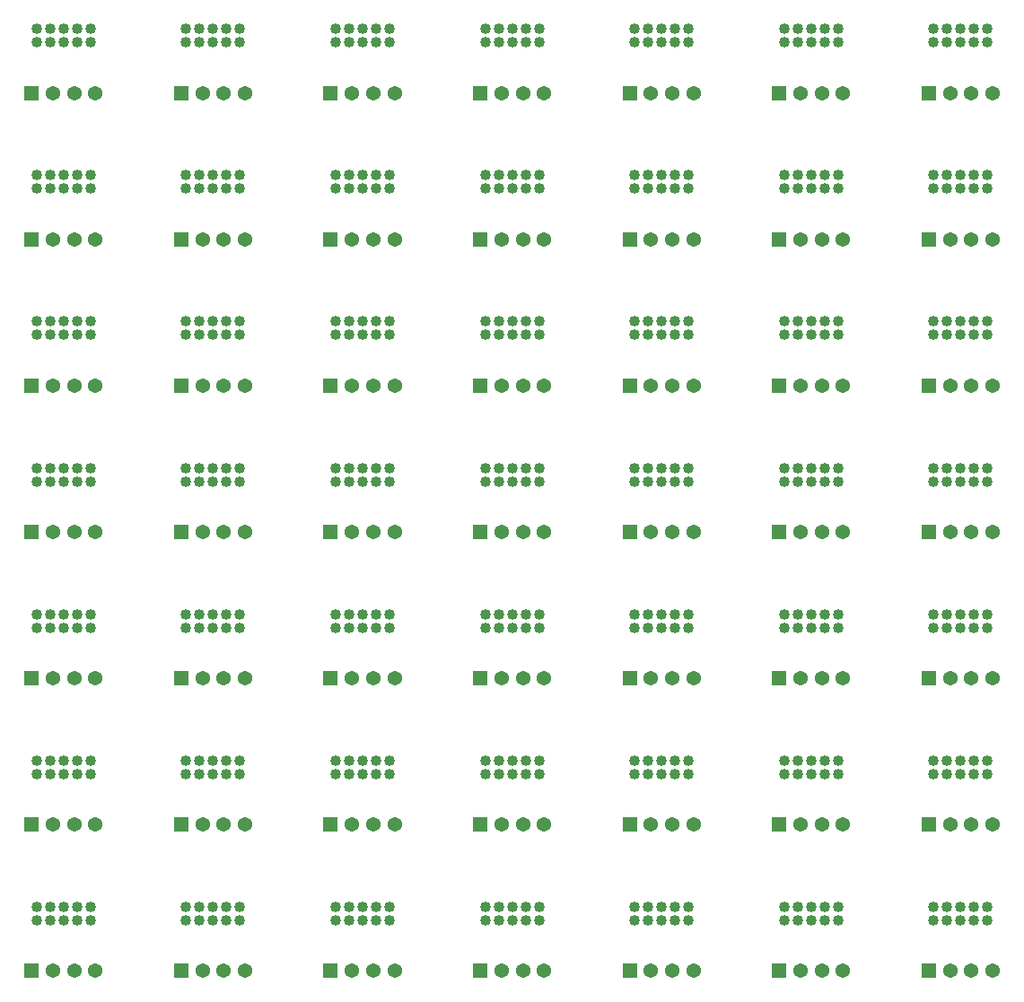
<source format=gbs>
G04 Layer_Color=16711935*
%FSLAX44Y44*%
%MOMM*%
G71*
G01*
G75*
%ADD25C,1.0160*%
%ADD26C,1.3716*%
%ADD27R,1.3716X1.3716*%
D25*
X807912Y128088D02*
D03*
Y115388D02*
D03*
X795212Y128088D02*
D03*
Y115388D02*
D03*
X782512Y128088D02*
D03*
Y115388D02*
D03*
X769812Y128088D02*
D03*
Y115388D02*
D03*
X757112Y128088D02*
D03*
Y115388D02*
D03*
X948972Y128088D02*
D03*
Y115388D02*
D03*
X936272Y128088D02*
D03*
Y115388D02*
D03*
X923572Y128088D02*
D03*
Y115388D02*
D03*
X910872Y128088D02*
D03*
Y115388D02*
D03*
X898172Y128088D02*
D03*
Y115388D02*
D03*
X807912Y266178D02*
D03*
Y253478D02*
D03*
X795212Y266178D02*
D03*
Y253478D02*
D03*
X782512Y266178D02*
D03*
Y253478D02*
D03*
X769812Y266178D02*
D03*
Y253478D02*
D03*
X757112Y266178D02*
D03*
Y253478D02*
D03*
X948972Y266178D02*
D03*
Y253478D02*
D03*
X936272Y266178D02*
D03*
Y253478D02*
D03*
X923572Y266178D02*
D03*
Y253478D02*
D03*
X910872Y266178D02*
D03*
Y253478D02*
D03*
X898172Y266178D02*
D03*
Y253478D02*
D03*
X807912Y404268D02*
D03*
Y391568D02*
D03*
X795212Y404268D02*
D03*
Y391568D02*
D03*
X782512Y404268D02*
D03*
Y391568D02*
D03*
X769812Y404268D02*
D03*
Y391568D02*
D03*
X757112Y404268D02*
D03*
Y391568D02*
D03*
X948972Y404268D02*
D03*
Y391568D02*
D03*
X936272Y404268D02*
D03*
Y391568D02*
D03*
X923572Y404268D02*
D03*
Y391568D02*
D03*
X910872Y404268D02*
D03*
Y391568D02*
D03*
X898172Y404268D02*
D03*
Y391568D02*
D03*
X807912Y542358D02*
D03*
Y529658D02*
D03*
X795212Y542358D02*
D03*
Y529658D02*
D03*
X782512Y542358D02*
D03*
Y529658D02*
D03*
X769812Y542358D02*
D03*
Y529658D02*
D03*
X757112Y542358D02*
D03*
Y529658D02*
D03*
X948972Y542358D02*
D03*
Y529658D02*
D03*
X936272Y542358D02*
D03*
Y529658D02*
D03*
X923572Y542358D02*
D03*
Y529658D02*
D03*
X910872Y542358D02*
D03*
Y529658D02*
D03*
X898172Y542358D02*
D03*
Y529658D02*
D03*
X807912Y680448D02*
D03*
Y667748D02*
D03*
X795212Y680448D02*
D03*
Y667748D02*
D03*
X782512Y680448D02*
D03*
Y667748D02*
D03*
X769812Y680448D02*
D03*
Y667748D02*
D03*
X757112Y680448D02*
D03*
Y667748D02*
D03*
X948972Y680448D02*
D03*
Y667748D02*
D03*
X936272Y680448D02*
D03*
Y667748D02*
D03*
X923572Y680448D02*
D03*
Y667748D02*
D03*
X910872Y680448D02*
D03*
Y667748D02*
D03*
X898172Y680448D02*
D03*
Y667748D02*
D03*
X807912Y818538D02*
D03*
Y805838D02*
D03*
X795212Y818538D02*
D03*
Y805838D02*
D03*
X782512Y818538D02*
D03*
Y805838D02*
D03*
X769812Y818538D02*
D03*
Y805838D02*
D03*
X757112Y818538D02*
D03*
Y805838D02*
D03*
X948972Y818538D02*
D03*
Y805838D02*
D03*
X936272Y818538D02*
D03*
Y805838D02*
D03*
X923572Y818538D02*
D03*
Y805838D02*
D03*
X910872Y818538D02*
D03*
Y805838D02*
D03*
X898172Y818538D02*
D03*
Y805838D02*
D03*
X807912Y956628D02*
D03*
Y943928D02*
D03*
X795212Y956628D02*
D03*
Y943928D02*
D03*
X782512Y956628D02*
D03*
Y943928D02*
D03*
X769812Y956628D02*
D03*
Y943928D02*
D03*
X757112Y956628D02*
D03*
Y943928D02*
D03*
X948972Y956628D02*
D03*
Y943928D02*
D03*
X936272Y956628D02*
D03*
Y943928D02*
D03*
X923572Y956628D02*
D03*
Y943928D02*
D03*
X910872Y956628D02*
D03*
Y943928D02*
D03*
X898172Y956628D02*
D03*
Y943928D02*
D03*
X666852Y128088D02*
D03*
Y115388D02*
D03*
X654152Y128088D02*
D03*
Y115388D02*
D03*
X641452Y128088D02*
D03*
Y115388D02*
D03*
X628752Y128088D02*
D03*
Y115388D02*
D03*
X616052Y128088D02*
D03*
Y115388D02*
D03*
X666852Y266178D02*
D03*
Y253478D02*
D03*
X654152Y266178D02*
D03*
Y253478D02*
D03*
X641452Y266178D02*
D03*
Y253478D02*
D03*
X628752Y266178D02*
D03*
Y253478D02*
D03*
X616052Y266178D02*
D03*
Y253478D02*
D03*
X666852Y404268D02*
D03*
Y391568D02*
D03*
X654152Y404268D02*
D03*
Y391568D02*
D03*
X641452Y404268D02*
D03*
Y391568D02*
D03*
X628752Y404268D02*
D03*
Y391568D02*
D03*
X616052Y404268D02*
D03*
Y391568D02*
D03*
X666852Y542358D02*
D03*
Y529658D02*
D03*
X654152Y542358D02*
D03*
Y529658D02*
D03*
X641452Y542358D02*
D03*
Y529658D02*
D03*
X628752Y542358D02*
D03*
Y529658D02*
D03*
X616052Y542358D02*
D03*
Y529658D02*
D03*
X666852Y680448D02*
D03*
Y667748D02*
D03*
X654152Y680448D02*
D03*
Y667748D02*
D03*
X641452Y680448D02*
D03*
Y667748D02*
D03*
X628752Y680448D02*
D03*
Y667748D02*
D03*
X616052Y680448D02*
D03*
Y667748D02*
D03*
X666852Y818538D02*
D03*
Y805838D02*
D03*
X654152Y818538D02*
D03*
Y805838D02*
D03*
X641452Y818538D02*
D03*
Y805838D02*
D03*
X628752Y818538D02*
D03*
Y805838D02*
D03*
X616052Y818538D02*
D03*
Y805838D02*
D03*
X666852Y956628D02*
D03*
Y943928D02*
D03*
X654152Y956628D02*
D03*
Y943928D02*
D03*
X641452Y956628D02*
D03*
Y943928D02*
D03*
X628752Y956628D02*
D03*
Y943928D02*
D03*
X616052Y956628D02*
D03*
Y943928D02*
D03*
X384732Y128088D02*
D03*
Y115388D02*
D03*
X372032Y128088D02*
D03*
Y115388D02*
D03*
X359332Y128088D02*
D03*
Y115388D02*
D03*
X346632Y128088D02*
D03*
Y115388D02*
D03*
X333932Y128088D02*
D03*
Y115388D02*
D03*
X525792Y128088D02*
D03*
Y115388D02*
D03*
X513092Y128088D02*
D03*
Y115388D02*
D03*
X500392Y128088D02*
D03*
Y115388D02*
D03*
X487692Y128088D02*
D03*
Y115388D02*
D03*
X474992Y128088D02*
D03*
Y115388D02*
D03*
X384732Y266178D02*
D03*
Y253478D02*
D03*
X372032Y266178D02*
D03*
Y253478D02*
D03*
X359332Y266178D02*
D03*
Y253478D02*
D03*
X346632Y266178D02*
D03*
Y253478D02*
D03*
X333932Y266178D02*
D03*
Y253478D02*
D03*
X525792Y266178D02*
D03*
Y253478D02*
D03*
X513092Y266178D02*
D03*
Y253478D02*
D03*
X500392Y266178D02*
D03*
Y253478D02*
D03*
X487692Y266178D02*
D03*
Y253478D02*
D03*
X474992Y266178D02*
D03*
Y253478D02*
D03*
X384732Y404268D02*
D03*
Y391568D02*
D03*
X372032Y404268D02*
D03*
Y391568D02*
D03*
X359332Y404268D02*
D03*
Y391568D02*
D03*
X346632Y404268D02*
D03*
Y391568D02*
D03*
X333932Y404268D02*
D03*
Y391568D02*
D03*
X525792Y404268D02*
D03*
Y391568D02*
D03*
X513092Y404268D02*
D03*
Y391568D02*
D03*
X500392Y404268D02*
D03*
Y391568D02*
D03*
X487692Y404268D02*
D03*
Y391568D02*
D03*
X474992Y404268D02*
D03*
Y391568D02*
D03*
X384732Y542358D02*
D03*
Y529658D02*
D03*
X372032Y542358D02*
D03*
Y529658D02*
D03*
X359332Y542358D02*
D03*
Y529658D02*
D03*
X346632Y542358D02*
D03*
Y529658D02*
D03*
X333932Y542358D02*
D03*
Y529658D02*
D03*
X525792Y542358D02*
D03*
Y529658D02*
D03*
X513092Y542358D02*
D03*
Y529658D02*
D03*
X500392Y542358D02*
D03*
Y529658D02*
D03*
X487692Y542358D02*
D03*
Y529658D02*
D03*
X474992Y542358D02*
D03*
Y529658D02*
D03*
X384732Y680448D02*
D03*
Y667748D02*
D03*
X372032Y680448D02*
D03*
Y667748D02*
D03*
X359332Y680448D02*
D03*
Y667748D02*
D03*
X346632Y680448D02*
D03*
Y667748D02*
D03*
X333932Y680448D02*
D03*
Y667748D02*
D03*
X525792Y680448D02*
D03*
Y667748D02*
D03*
X513092Y680448D02*
D03*
Y667748D02*
D03*
X500392Y680448D02*
D03*
Y667748D02*
D03*
X487692Y680448D02*
D03*
Y667748D02*
D03*
X474992Y680448D02*
D03*
Y667748D02*
D03*
X384732Y818538D02*
D03*
Y805838D02*
D03*
X372032Y818538D02*
D03*
Y805838D02*
D03*
X359332Y818538D02*
D03*
Y805838D02*
D03*
X346632Y818538D02*
D03*
Y805838D02*
D03*
X333932Y818538D02*
D03*
Y805838D02*
D03*
X525792Y818538D02*
D03*
Y805838D02*
D03*
X513092Y818538D02*
D03*
Y805838D02*
D03*
X500392Y818538D02*
D03*
Y805838D02*
D03*
X487692Y818538D02*
D03*
Y805838D02*
D03*
X474992Y818538D02*
D03*
Y805838D02*
D03*
X384732Y956628D02*
D03*
Y943928D02*
D03*
X372032Y956628D02*
D03*
Y943928D02*
D03*
X359332Y956628D02*
D03*
Y943928D02*
D03*
X346632Y956628D02*
D03*
Y943928D02*
D03*
X333932Y956628D02*
D03*
Y943928D02*
D03*
X525792Y956628D02*
D03*
Y943928D02*
D03*
X513092Y956628D02*
D03*
Y943928D02*
D03*
X500392Y956628D02*
D03*
Y943928D02*
D03*
X487692Y956628D02*
D03*
Y943928D02*
D03*
X474992Y956628D02*
D03*
Y943928D02*
D03*
X102617Y128093D02*
D03*
Y115393D02*
D03*
X89917Y128093D02*
D03*
Y115393D02*
D03*
X77217Y128093D02*
D03*
Y115393D02*
D03*
X64517Y128093D02*
D03*
Y115393D02*
D03*
X51817Y128093D02*
D03*
Y115393D02*
D03*
X243677Y128093D02*
D03*
Y115393D02*
D03*
X230977Y128093D02*
D03*
Y115393D02*
D03*
X218277Y128093D02*
D03*
Y115393D02*
D03*
X205577Y128093D02*
D03*
Y115393D02*
D03*
X192877Y128093D02*
D03*
Y115393D02*
D03*
X102617Y266183D02*
D03*
Y253483D02*
D03*
X89917Y266183D02*
D03*
Y253483D02*
D03*
X77217Y266183D02*
D03*
Y253483D02*
D03*
X64517Y266183D02*
D03*
Y253483D02*
D03*
X51817Y266183D02*
D03*
Y253483D02*
D03*
X243677Y266183D02*
D03*
Y253483D02*
D03*
X230977Y266183D02*
D03*
Y253483D02*
D03*
X218277Y266183D02*
D03*
Y253483D02*
D03*
X205577Y266183D02*
D03*
Y253483D02*
D03*
X192877Y266183D02*
D03*
Y253483D02*
D03*
X102617Y404273D02*
D03*
Y391573D02*
D03*
X89917Y404273D02*
D03*
Y391573D02*
D03*
X77217Y404273D02*
D03*
Y391573D02*
D03*
X64517Y404273D02*
D03*
Y391573D02*
D03*
X51817Y404273D02*
D03*
Y391573D02*
D03*
X243677Y404273D02*
D03*
Y391573D02*
D03*
X230977Y404273D02*
D03*
Y391573D02*
D03*
X218277Y404273D02*
D03*
Y391573D02*
D03*
X205577Y404273D02*
D03*
Y391573D02*
D03*
X192877Y404273D02*
D03*
Y391573D02*
D03*
X102617Y542363D02*
D03*
Y529663D02*
D03*
X89917Y542363D02*
D03*
Y529663D02*
D03*
X77217Y542363D02*
D03*
Y529663D02*
D03*
X64517Y542363D02*
D03*
Y529663D02*
D03*
X51817Y542363D02*
D03*
Y529663D02*
D03*
X243677Y542363D02*
D03*
Y529663D02*
D03*
X230977Y542363D02*
D03*
Y529663D02*
D03*
X218277Y542363D02*
D03*
Y529663D02*
D03*
X205577Y542363D02*
D03*
Y529663D02*
D03*
X192877Y542363D02*
D03*
Y529663D02*
D03*
X102617Y680453D02*
D03*
Y667753D02*
D03*
X89917Y680453D02*
D03*
Y667753D02*
D03*
X77217Y680453D02*
D03*
Y667753D02*
D03*
X64517Y680453D02*
D03*
Y667753D02*
D03*
X51817Y680453D02*
D03*
Y667753D02*
D03*
X243677Y680453D02*
D03*
Y667753D02*
D03*
X230977Y680453D02*
D03*
Y667753D02*
D03*
X218277Y680453D02*
D03*
Y667753D02*
D03*
X205577Y680453D02*
D03*
Y667753D02*
D03*
X192877Y680453D02*
D03*
Y667753D02*
D03*
X102617Y818543D02*
D03*
Y805843D02*
D03*
X89917Y818543D02*
D03*
Y805843D02*
D03*
X77217Y818543D02*
D03*
Y805843D02*
D03*
X64517Y818543D02*
D03*
Y805843D02*
D03*
X51817Y818543D02*
D03*
Y805843D02*
D03*
X243677Y818543D02*
D03*
Y805843D02*
D03*
X230977Y818543D02*
D03*
Y805843D02*
D03*
X218277Y818543D02*
D03*
Y805843D02*
D03*
X205577Y818543D02*
D03*
Y805843D02*
D03*
X192877Y818543D02*
D03*
Y805843D02*
D03*
X102617Y956633D02*
D03*
Y943933D02*
D03*
X89917Y956633D02*
D03*
Y943933D02*
D03*
X77217Y956633D02*
D03*
Y943933D02*
D03*
X64517Y956633D02*
D03*
Y943933D02*
D03*
X51817Y956633D02*
D03*
Y943933D02*
D03*
X243677Y956633D02*
D03*
Y943933D02*
D03*
X230977Y956633D02*
D03*
Y943933D02*
D03*
X218277Y956633D02*
D03*
Y943933D02*
D03*
X205577Y956633D02*
D03*
Y943933D02*
D03*
X192877Y956633D02*
D03*
Y943933D02*
D03*
D26*
X812738Y67636D02*
D03*
X792672D02*
D03*
X772512D02*
D03*
X953798D02*
D03*
X933732D02*
D03*
X913572D02*
D03*
X812738Y205726D02*
D03*
X792672D02*
D03*
X772512D02*
D03*
X953798D02*
D03*
X933732D02*
D03*
X913572D02*
D03*
X812738Y343816D02*
D03*
X792672D02*
D03*
X772512D02*
D03*
X953798D02*
D03*
X933732D02*
D03*
X913572D02*
D03*
X812738Y481906D02*
D03*
X792672D02*
D03*
X772512D02*
D03*
X953798D02*
D03*
X933732D02*
D03*
X913572D02*
D03*
X812738Y619996D02*
D03*
X792672D02*
D03*
X772512D02*
D03*
X953798D02*
D03*
X933732D02*
D03*
X913572D02*
D03*
X812738Y758086D02*
D03*
X792672D02*
D03*
X772512D02*
D03*
X953798D02*
D03*
X933732D02*
D03*
X913572D02*
D03*
X812738Y896176D02*
D03*
X792672D02*
D03*
X772512D02*
D03*
X953798D02*
D03*
X933732D02*
D03*
X913572D02*
D03*
X671678Y67636D02*
D03*
X651612D02*
D03*
X631452D02*
D03*
X671678Y205726D02*
D03*
X651612D02*
D03*
X631452D02*
D03*
X671678Y343816D02*
D03*
X651612D02*
D03*
X631452D02*
D03*
X671678Y481906D02*
D03*
X651612D02*
D03*
X631452D02*
D03*
X671678Y619996D02*
D03*
X651612D02*
D03*
X631452D02*
D03*
X671678Y758086D02*
D03*
X651612D02*
D03*
X631452D02*
D03*
X671678Y896176D02*
D03*
X651612D02*
D03*
X631452D02*
D03*
X389558Y67636D02*
D03*
X369492D02*
D03*
X349332D02*
D03*
X530618D02*
D03*
X510552D02*
D03*
X490392D02*
D03*
X389558Y205726D02*
D03*
X369492D02*
D03*
X349332D02*
D03*
X530618D02*
D03*
X510552D02*
D03*
X490392D02*
D03*
X389558Y343816D02*
D03*
X369492D02*
D03*
X349332D02*
D03*
X530618D02*
D03*
X510552D02*
D03*
X490392D02*
D03*
X389558Y481906D02*
D03*
X369492D02*
D03*
X349332D02*
D03*
X530618D02*
D03*
X510552D02*
D03*
X490392D02*
D03*
X389558Y619996D02*
D03*
X369492D02*
D03*
X349332D02*
D03*
X530618D02*
D03*
X510552D02*
D03*
X490392D02*
D03*
X389558Y758086D02*
D03*
X369492D02*
D03*
X349332D02*
D03*
X530618D02*
D03*
X510552D02*
D03*
X490392D02*
D03*
X389558Y896176D02*
D03*
X369492D02*
D03*
X349332D02*
D03*
X530618D02*
D03*
X510552D02*
D03*
X490392D02*
D03*
X107443Y67641D02*
D03*
X87377D02*
D03*
X67217D02*
D03*
X248503D02*
D03*
X228437D02*
D03*
X208277D02*
D03*
X107443Y205731D02*
D03*
X87377D02*
D03*
X67217D02*
D03*
X248503D02*
D03*
X228437D02*
D03*
X208277D02*
D03*
X107443Y343821D02*
D03*
X87377D02*
D03*
X67217D02*
D03*
X248503D02*
D03*
X228437D02*
D03*
X208277D02*
D03*
X107443Y481911D02*
D03*
X87377D02*
D03*
X67217D02*
D03*
X248503D02*
D03*
X228437D02*
D03*
X208277D02*
D03*
X107443Y620001D02*
D03*
X87377D02*
D03*
X67217D02*
D03*
X248503D02*
D03*
X228437D02*
D03*
X208277D02*
D03*
X107443Y758091D02*
D03*
X87377D02*
D03*
X67217D02*
D03*
X248503D02*
D03*
X228437D02*
D03*
X208277D02*
D03*
X107443Y896181D02*
D03*
X87377D02*
D03*
X67217D02*
D03*
X248503D02*
D03*
X228437D02*
D03*
X208277D02*
D03*
D27*
X752512Y67636D02*
D03*
X893572D02*
D03*
X752512Y205726D02*
D03*
X893572D02*
D03*
X752512Y343816D02*
D03*
X893572D02*
D03*
X752512Y481906D02*
D03*
X893572D02*
D03*
X752512Y619996D02*
D03*
X893572D02*
D03*
X752512Y758086D02*
D03*
X893572D02*
D03*
X752512Y896176D02*
D03*
X893572D02*
D03*
X611452Y67636D02*
D03*
Y205726D02*
D03*
Y343816D02*
D03*
Y481906D02*
D03*
Y619996D02*
D03*
Y758086D02*
D03*
Y896176D02*
D03*
X329332Y67636D02*
D03*
X470392D02*
D03*
X329332Y205726D02*
D03*
X470392D02*
D03*
X329332Y343816D02*
D03*
X470392D02*
D03*
X329332Y481906D02*
D03*
X470392D02*
D03*
X329332Y619996D02*
D03*
X470392D02*
D03*
X329332Y758086D02*
D03*
X470392D02*
D03*
X329332Y896176D02*
D03*
X470392D02*
D03*
X47217Y67641D02*
D03*
X188277D02*
D03*
X47217Y205731D02*
D03*
X188277D02*
D03*
X47217Y343821D02*
D03*
X188277D02*
D03*
X47217Y481911D02*
D03*
X188277D02*
D03*
X47217Y620001D02*
D03*
X188277D02*
D03*
X47217Y758091D02*
D03*
X188277D02*
D03*
X47217Y896181D02*
D03*
X188277D02*
D03*
M02*

</source>
